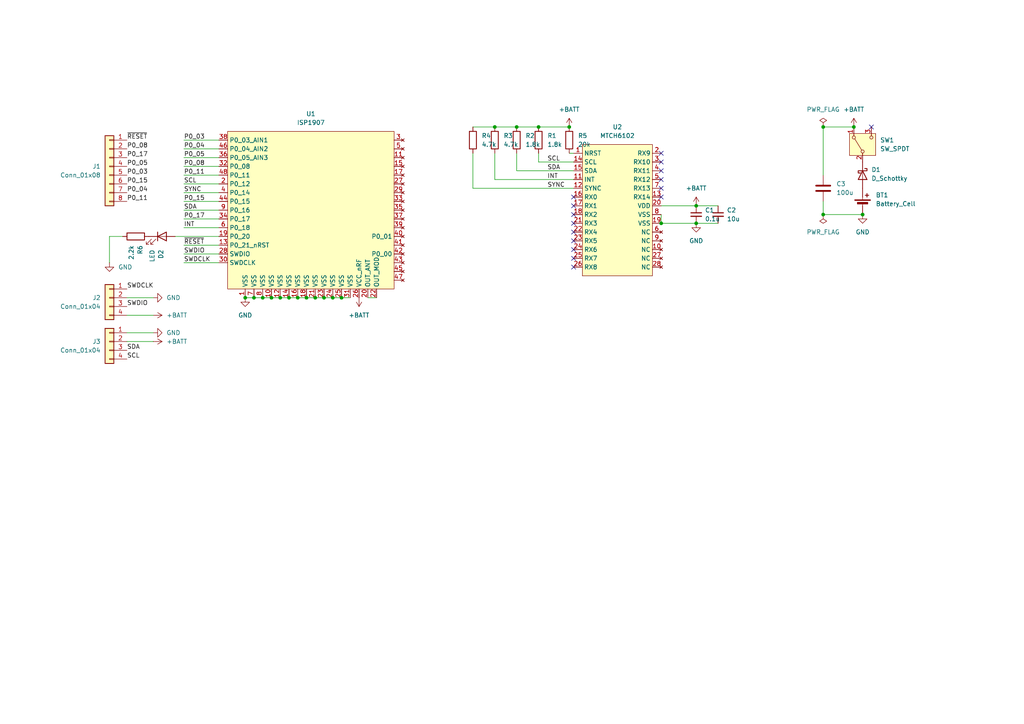
<source format=kicad_sch>
(kicad_sch (version 20250114) (generator "eeschema") (generator_version "9.0")
  (paper "A4")
  (title_block (title "Card") (date "2025-04-23"))
  (lib_symbols
    (symbol "Connector_Generic:Conn_01x04" (pin_names (offset 1.016) (hide yes))
      (property "Reference" "J" (at 0 5.08 0))
      (property "Value" "Conn_01x04" (at 0 -7.62 0))
      (symbol "Conn_01x04_1_1"
        (rectangle (start -1.27 3.81) (end 1.27 -6.35) (stroke (width 0.254)) (fill (type background)))
        (rectangle (start -1.27 2.667) (end 0 2.413) (stroke (width 0.1524)))
        (rectangle (start -1.27 0.127) (end 0 -0.127) (stroke (width 0.1524)))
        (rectangle (start -1.27 -2.413) (end 0 -2.667) (stroke (width 0.1524)))
        (rectangle (start -1.27 -4.953) (end 0 -5.207) (stroke (width 0.1524)))
        (pin passive line (at -5.08 2.54 0) (length 3.81) (name "Pin_1") (number "1"))
        (pin passive line (at -5.08 0 0) (length 3.81) (name "Pin_2") (number "2"))
        (pin passive line (at -5.08 -2.54 0) (length 3.81) (name "Pin_3") (number "3"))
        (pin passive line (at -5.08 -5.08 0) (length 3.81) (name "Pin_4") (number "4"))
      )
    )
    (symbol "Connector_Generic:Conn_01x08" (pin_names (offset 1.016) (hide yes))
      (property "Reference" "J" (at 0 10.16 0))
      (property "Value" "Conn_01x08" (at 0 -12.7 0))
      (symbol "Conn_01x08_1_1"
        (rectangle (start -1.27 8.89) (end 1.27 -11.43) (stroke (width 0.254)) (fill (type background)))
        (rectangle (start -1.27 7.747) (end 0 7.493) (stroke (width 0.1524)))
        (rectangle (start -1.27 5.207) (end 0 4.953) (stroke (width 0.1524)))
        (rectangle (start -1.27 2.667) (end 0 2.413) (stroke (width 0.1524)))
        (rectangle (start -1.27 0.127) (end 0 -0.127) (stroke (width 0.1524)))
        (rectangle (start -1.27 -2.413) (end 0 -2.667) (stroke (width 0.1524)))
        (rectangle (start -1.27 -4.953) (end 0 -5.207) (stroke (width 0.1524)))
        (rectangle (start -1.27 -7.493) (end 0 -7.747) (stroke (width 0.1524)))
        (rectangle (start -1.27 -10.033) (end 0 -10.287) (stroke (width 0.1524)))
        (pin passive line (at -5.08 7.62 0) (length 3.81) (name "Pin_1") (number "1"))
        (pin passive line (at -5.08 5.08 0) (length 3.81) (name "Pin_2") (number "2"))
        (pin passive line (at -5.08 2.54 0) (length 3.81) (name "Pin_3") (number "3"))
        (pin passive line (at -5.08 0 0) (length 3.81) (name "Pin_4") (number "4"))
        (pin passive line (at -5.08 -2.54 0) (length 3.81) (name "Pin_5") (number "5"))
        (pin passive line (at -5.08 -5.08 0) (length 3.81) (name "Pin_6") (number "6"))
        (pin passive line (at -5.08 -7.62 0) (length 3.81) (name "Pin_7") (number "7"))
        (pin passive line (at -5.08 -10.16 0) (length 3.81) (name "Pin_8") (number "8"))
      )
    )
    (symbol "Device:Battery_Cell" (pin_numbers (hide yes)) (pin_names (offset 0) (hide yes))
      (property "Reference" "BT" (at 2.54 2.54 0))
      (property "Value" "Battery_Cell" (at 2.54 0 0))
      (symbol "Battery_Cell_0_1"
        (rectangle (start -2.286 1.778) (end 2.286 1.524) (fill (type outline)))
        (rectangle (start -1.524 1.016) (end 1.524 0.508) (fill (type outline)))
        (polyline (pts (xy 0 1.778) (xy 0 2.54)))
        (polyline (pts (xy 0 0.762) (xy 0 0)))
        (polyline (pts (xy 0.762 3.048) (xy 1.778 3.048)) (stroke (width 0.254)))
        (polyline (pts (xy 1.27 3.556) (xy 1.27 2.54)) (stroke (width 0.254)))
      )
      (symbol "Battery_Cell_1_1"
        (pin passive line (at 0 5.08 270) (length 2.54) (name "+") (number "1"))
        (pin passive line (at 0 -2.54 90) (length 2.54) (name "-") (number "2"))
      )
    )
    (symbol "Device:C" (pin_numbers (hide yes)) (pin_names (offset 0.254))
      (property "Reference" "C" (at 0.635 2.54 0))
      (property "Value" "C" (at 0.635 -2.54 0))
      (symbol "C_0_1"
        (polyline (pts (xy -2.032 0.762) (xy 2.032 0.762)) (stroke (width 0.508)))
        (polyline (pts (xy -2.032 -0.762) (xy 2.032 -0.762)) (stroke (width 0.508)))
      )
      (symbol "C_1_1"
        (pin passive line (at 0 3.81 270) (length 2.794) (name "~") (number "1"))
        (pin passive line (at 0 -3.81 90) (length 2.794) (name "~") (number "2"))
      )
    )
    (symbol "Device:C_Small" (pin_numbers (hide yes)) (pin_names (offset 0.254) (hide yes))
      (property "Reference" "C" (at 0.254 1.778 0))
      (property "Value" "C_Small" (at 0.254 -2.032 0))
      (symbol "C_Small_0_1"
        (polyline (pts (xy -1.524 0.508) (xy 1.524 0.508)) (stroke (width 0.3048)))
        (polyline (pts (xy -1.524 -0.508) (xy 1.524 -0.508)) (stroke (width 0.3302)))
      )
      (symbol "C_Small_1_1"
        (pin passive line (at 0 2.54 270) (length 2.032) (name "~") (number "1"))
        (pin passive line (at 0 -2.54 90) (length 2.032) (name "~") (number "2"))
      )
    )
    (symbol "Device:D_Schottky" (pin_numbers (hide yes)) (pin_names (offset 1.016) (hide yes))
      (property "Reference" "D" (at 0 2.54 0))
      (property "Value" "D_Schottky" (at 0 -2.54 0))
      (symbol "D_Schottky_0_1"
        (polyline (pts (xy -1.905 0.635) (xy -1.905 1.27) (xy -1.27 1.27) (xy -1.27 -1.27) (xy -0.635 -1.27) (xy -0.635 -0.635)) (stroke (width 0.254)))
        (polyline (pts (xy 1.27 1.27) (xy 1.27 -1.27) (xy -1.27 0) (xy 1.27 1.27)) (stroke (width 0.254)))
        (polyline (pts (xy 1.27 0) (xy -1.27 0)))
      )
      (symbol "D_Schottky_1_1"
        (pin passive line (at -3.81 0 0) (length 2.54) (name "K") (number "1"))
        (pin passive line (at 3.81 0 180) (length 2.54) (name "A") (number "2"))
      )
    )
    (symbol "Device:LED" (pin_numbers (hide yes)) (pin_names (offset 1.016) (hide yes))
      (property "Reference" "D" (at 0 2.54 0))
      (property "Value" "LED" (at 0 -2.54 0))
      (symbol "LED_0_1"
        (polyline (pts (xy -3.048 -0.762) (xy -4.572 -2.286) (xy -3.81 -2.286) (xy -4.572 -2.286) (xy -4.572 -1.524)))
        (polyline (pts (xy -1.778 -0.762) (xy -3.302 -2.286) (xy -2.54 -2.286) (xy -3.302 -2.286) (xy -3.302 -1.524)))
        (polyline (pts (xy -1.27 0) (xy 1.27 0)))
        (polyline (pts (xy -1.27 -1.27) (xy -1.27 1.27)) (stroke (width 0.254)))
        (polyline (pts (xy 1.27 -1.27) (xy 1.27 1.27) (xy -1.27 0) (xy 1.27 -1.27)) (stroke (width 0.254)))
      )
      (symbol "LED_1_1"
        (pin passive line (at -3.81 0 0) (length 2.54) (name "K") (number "1"))
        (pin passive line (at 3.81 0 180) (length 2.54) (name "A") (number "2"))
      )
    )
    (symbol "Device:R" (pin_numbers (hide yes)) (pin_names (offset 0))
      (property "Reference" "R" (at 2.032 0 90))
      (property "Value" "R" (at 0 0 90))
      (symbol "R_0_1"
        (rectangle (start -1.016 -2.54) (end 1.016 2.54) (stroke (width 0.254)))
      )
      (symbol "R_1_1"
        (pin passive line (at 0 3.81 270) (length 1.27) (name "~") (number "1"))
        (pin passive line (at 0 -3.81 90) (length 1.27) (name "~") (number "2"))
      )
    )
    (symbol "RF_Bluetooth:ISP1907"
      (property "Reference" "U" (at -0.508 2.54 0))
      (property "Value" "ISP1907" (at -0.508 0 0))
      (symbol "ISP1907_1_1"
        (rectangle (start -24.13 17.78) (end 24.13 -27.94) (fill (type background)))
        (pin bidirectional line (at -26.67 15.24 0) (length 2.54) (name "P0_03_AIN1") (number "38"))
        (pin bidirectional line (at -26.67 12.7 0) (length 2.54) (name "P0_04_AIN2") (number "46"))
        (pin bidirectional line (at -26.67 10.16 0) (length 2.54) (name "P0_05_AIN3") (number "36"))
        (pin bidirectional line (at -26.67 7.62 0) (length 2.54) (name "P0_08") (number "32"))
        (pin bidirectional line (at -26.67 5.08 0) (length 2.54) (name "P0_11") (number "48"))
        (pin bidirectional line (at -26.67 2.54 0) (length 2.54) (name "P0_12") (number "2"))
        (pin bidirectional line (at -26.67 0 0) (length 2.54) (name "P0_14") (number "4"))
        (pin bidirectional line (at -26.67 -2.54 0) (length 2.54) (name "P0_15") (number "44"))
        (pin bidirectional line (at -26.67 -5.08 0) (length 2.54) (name "P0_16") (number "9"))
        (pin bidirectional line (at -26.67 -7.62 0) (length 2.54) (name "P0_17") (number "34"))
        (pin bidirectional line (at -26.67 -10.16 0) (length 2.54) (name "P0_18") (number "6"))
        (pin bidirectional line (at -26.67 -12.7 0) (length 2.54) (name "P0_20") (number "19"))
        (pin bidirectional line (at -26.67 -15.24 0) (length 2.54) (name "P0_21_nRST") (number "13"))
        (pin bidirectional line (at -26.67 -17.78 0) (length 2.54) (name "SWDIO") (number "28"))
        (pin input line (at -26.67 -20.32 0) (length 2.54) (name "SWDCLK") (number "30"))
        (pin power_in line (at -19.05 -30.48 90) (length 2.54) (name "VSS") (number "1"))
        (pin power_in line (at -16.51 -30.48 90) (length 2.54) (name "VSS") (number "7"))
        (pin power_in line (at -13.97 -30.48 90) (length 2.54) (name "VSS") (number "8"))
        (pin power_in line (at -11.43 -30.48 90) (length 2.54) (name "VSS") (number "10"))
        (pin power_in line (at -8.89 -30.48 90) (length 2.54) (name "VSS") (number "12"))
        (pin power_in line (at -6.35 -30.48 90) (length 2.54) (name "VSS") (number "14"))
        (pin power_in line (at -3.81 -30.48 90) (length 2.54) (name "VSS") (number "16"))
        (pin power_in line (at -1.27 -30.48 90) (length 2.54) (name "VSS") (number "18"))
        (pin power_in line (at 1.27 -30.48 90) (length 2.54) (name "VSS") (number "21"))
        (pin power_in line (at 3.81 -30.48 90) (length 2.54) (name "VSS") (number "23"))
        (pin power_in line (at 6.35 -30.48 90) (length 2.54) (name "VSS") (number "24"))
        (pin power_in line (at 8.89 -30.48 90) (length 2.54) (name "VSS") (number "25"))
        (pin power_in line (at 11.43 -30.48 90) (length 2.54) (name "VSS") (number "31"))
        (pin power_in line (at 13.97 -30.48 90) (length 2.54) (name "VCC_nRF") (number "26"))
        (pin bidirectional line (at 16.51 -30.48 90) (length 2.54) (name "OUT_ANT") (number "20"))
        (pin bidirectional line (at 19.05 -30.48 90) (length 2.54) (name "OUT_MOD") (number "22"))
        (pin no_connect line (at 26.67 15.24 180) (length 2.54) (name "") (number "3"))
        (pin no_connect line (at 26.67 12.7 180) (length 2.54) (name "") (number "5"))
        (pin no_connect line (at 26.67 10.16 180) (length 2.54) (name "") (number "11"))
        (pin no_connect line (at 26.67 7.62 180) (length 2.54) (name "") (number "15"))
        (pin no_connect line (at 26.67 5.08 180) (length 2.54) (name "") (number "17"))
        (pin no_connect line (at 26.67 2.54 180) (length 2.54) (name "") (number "27"))
        (pin no_connect line (at 26.67 0 180) (length 2.54) (name "") (number "29"))
        (pin no_connect line (at 26.67 -2.54 180) (length 2.54) (name "") (number "33"))
        (pin no_connect line (at 26.67 -5.08 180) (length 2.54) (name "") (number "35"))
        (pin no_connect line (at 26.67 -7.62 180) (length 2.54) (name "") (number "37"))
        (pin no_connect line (at 26.67 -10.16 180) (length 2.54) (name "") (number "39"))
        (pin no_connect line (at 26.67 -12.7 180) (length 2.54) (name "P0_01") (number "40"))
        (pin no_connect line (at 26.67 -15.24 180) (length 2.54) (name "") (number "41"))
        (pin no_connect line (at 26.67 -17.78 180) (length 2.54) (name "P0_00") (number "42"))
        (pin no_connect line (at 26.67 -20.32 180) (length 2.54) (name "") (number "43"))
        (pin no_connect line (at 26.67 -22.86 180) (length 2.54) (name "") (number "45"))
        (pin no_connect line (at 26.67 -25.4 180) (length 2.54) (name "") (number "47"))
      )
    )
    (symbol "Sensor_Touch:MTCH6102"
      (property "Reference" "U" (at 0 0 0))
      (property "Value" "MTCH6102" (at 0 -2.286 0))
      (symbol "MTCH6102_1_1"
        (rectangle (start -10.16 15.24) (end 10.16 -22.86) (fill (type background)))
        (pin input line (at -12.7 12.7 0) (length 2.54) (name "NRST") (number "1"))
        (pin bidirectional line (at -12.7 10.16 0) (length 2.54) (name "SCL") (number "14"))
        (pin bidirectional line (at -12.7 7.62 0) (length 2.54) (name "SDA") (number "15"))
        (pin output line (at -12.7 5.08 0) (length 2.54) (name "INT") (number "11"))
        (pin output line (at -12.7 2.54 0) (length 2.54) (name "SYNC") (number "12"))
        (pin bidirectional line (at -12.7 0 0) (length 2.54) (name "RX0") (number "16"))
        (pin bidirectional line (at -12.7 -2.54 0) (length 2.54) (name "RX1") (number "17"))
        (pin bidirectional line (at -12.7 -5.08 0) (length 2.54) (name "RX2") (number "18"))
        (pin bidirectional line (at -12.7 -7.62 0) (length 2.54) (name "RX3") (number "21"))
        (pin bidirectional line (at -12.7 -10.16 0) (length 2.54) (name "RX4") (number "22"))
        (pin bidirectional line (at -12.7 -12.7 0) (length 2.54) (name "RX5") (number "23"))
        (pin bidirectional line (at -12.7 -15.24 0) (length 2.54) (name "RX6") (number "24"))
        (pin bidirectional line (at -12.7 -17.78 0) (length 2.54) (name "RX7") (number "25"))
        (pin bidirectional line (at -12.7 -20.32 0) (length 2.54) (name "RX8") (number "26"))
        (pin bidirectional line (at 12.7 12.7 180) (length 2.54) (name "RX9") (number "2"))
        (pin bidirectional line (at 12.7 10.16 180) (length 2.54) (name "RX10") (number "3"))
        (pin bidirectional line (at 12.7 7.62 180) (length 2.54) (name "RX11") (number "4"))
        (pin bidirectional line (at 12.7 5.08 180) (length 2.54) (name "RX12") (number "5"))
        (pin bidirectional line (at 12.7 2.54 180) (length 2.54) (name "RX13") (number "7"))
        (pin bidirectional line (at 12.7 0 180) (length 2.54) (name "RX14") (number "13"))
        (pin power_in line (at 12.7 -2.54 180) (length 2.54) (name "VDD") (number "20"))
        (pin power_in line (at 12.7 -5.08 180) (length 2.54) (name "VSS") (number "8"))
        (pin power_in line (at 12.7 -7.62 180) (length 2.54) (name "VSS") (number "19"))
        (pin no_connect line (at 12.7 -10.16 180) (length 2.54) (name "NC") (number "6"))
        (pin no_connect line (at 12.7 -12.7 180) (length 2.54) (name "NC") (number "9"))
        (pin no_connect line (at 12.7 -15.24 180) (length 2.54) (name "NC") (number "10"))
        (pin no_connect line (at 12.7 -17.78 180) (length 2.54) (name "NC") (number "27"))
        (pin no_connect line (at 12.7 -20.32 180) (length 2.54) (name "NC") (number "28"))
      )
    )
    (symbol "Switch:SW_SPDT" (pin_names (offset 0) (hide yes))
      (property "Reference" "SW" (at 0 5.08 0))
      (property "Value" "SW_SPDT" (at 0 -5.08 0))
      (symbol "SW_SPDT_0_1"
        (circle (center -2.032 0) (radius 0.4572))
        (polyline (pts (xy -1.651 0.254) (xy 1.651 2.286)))
        (circle (center 2.032 2.54) (radius 0.4572))
        (circle (center 2.032 -2.54) (radius 0.4572))
      )
      (symbol "SW_SPDT_1_1"
        (rectangle (start -3.175 3.81) (end 3.175 -3.81) (fill (type background)))
        (pin passive line (at -5.08 0 0) (length 2.54) (name "B") (number "2"))
        (pin passive line (at 5.08 2.54 180) (length 2.54) (name "A") (number "1"))
        (pin passive line (at 5.08 -2.54 180) (length 2.54) (name "C") (number "3"))
      )
    )
    (symbol "power:+BATT" (power) (pin_numbers (hide yes)) (pin_names (offset 0) (hide yes))
      (property "Value" "+BATT" (at 0 3.556 0))
      (symbol "+BATT_0_1"
        (polyline (pts (xy -0.762 1.27) (xy 0 2.54)))
        (polyline (pts (xy 0 2.54) (xy 0.762 1.27)))
        (polyline (pts (xy 0 0) (xy 0 2.54)))
      )
      (symbol "+BATT_1_1"
        (pin power_in line (at 0 0 90) (length 0) (name "~") (number "1"))
      )
    )
    (symbol "power:GND" (power) (pin_numbers (hide yes)) (pin_names (offset 0) (hide yes))
      (property "Value" "GND" (at 0 -3.81 0))
      (symbol "GND_0_1"
        (polyline (pts (xy 0 0) (xy 0 -1.27) (xy 1.27 -1.27) (xy 0 -2.54) (xy -1.27 -1.27) (xy 0 -1.27)))
      )
      (symbol "GND_1_1"
        (pin power_in line (at 0 0 270) (length 0) (name "~") (number "1"))
      )
    )
    (symbol "power:PWR_FLAG" (power) (pin_numbers (hide yes)) (pin_names (offset 0) (hide yes))
      (property "Value" "PWR_FLAG" (at 0 3.81 0))
      (symbol "PWR_FLAG_0_0"
        (pin power_out line (at 0 0 90) (length 0) (name "~") (number "1"))
      )
      (symbol "PWR_FLAG_0_1"
        (polyline (pts (xy 0 0) (xy 0 1.27) (xy -1.016 1.905) (xy 0 2.54) (xy 1.016 1.905) (xy 0 1.27)))
      )
    )
  )
  (junction (at 83.82 86.36))
  (junction (at 143.51 36.83))
  (junction (at 201.93 59.69))
  (junction (at 91.44 86.36))
  (junction (at 96.52 86.36))
  (junction (at 88.9 86.36))
  (junction (at 247.65 36.83))
  (junction (at 71.12 86.36))
  (junction (at 238.76 62.23))
  (junction (at 86.36 86.36))
  (junction (at 76.2 86.36))
  (junction (at 250.19 62.23))
  (junction (at 165.1 36.83))
  (junction (at 93.98 86.36))
  (junction (at 99.06 86.36))
  (junction (at 78.74 86.36))
  (junction (at 191.77 64.77))
  (junction (at 73.66 86.36))
  (junction (at 238.76 36.83))
  (junction (at 201.93 64.77))
  (junction (at 149.86 36.83))
  (junction (at 81.28 86.36))
  (junction (at 156.21 36.83))
  (no_connect (at 252.73 36.83))
  (no_connect (at 191.77 46.99))
  (no_connect (at 166.37 59.69))
  (no_connect (at 166.37 62.23))
  (no_connect (at 191.77 49.53))
  (no_connect (at 191.77 52.07))
  (no_connect (at 166.37 57.15))
  (no_connect (at 166.37 67.31))
  (no_connect (at 191.77 54.61))
  (no_connect (at 166.37 64.77))
  (no_connect (at 166.37 74.93))
  (no_connect (at 166.37 72.39))
  (no_connect (at 166.37 77.47))
  (no_connect (at 191.77 44.45))
  (no_connect (at 191.77 57.15))
  (no_connect (at 166.37 69.85))
  (wire (pts (xy 137.16 36.83) (xy 143.51 36.83)))
  (wire (pts (xy 137.16 54.61) (xy 137.16 44.45)))
  (wire (pts (xy 53.34 66.04) (xy 63.5 66.04)))
  (wire (pts (xy 143.51 36.83) (xy 149.86 36.83)))
  (wire (pts (xy 191.77 59.69) (xy 201.93 59.69)))
  (wire (pts (xy 106.68 86.36) (xy 109.22 86.36)))
  (wire (pts (xy 53.34 60.96) (xy 63.5 60.96)))
  (wire (pts (xy 91.44 86.36) (xy 93.98 86.36)))
  (wire (pts (xy 73.66 86.36) (xy 76.2 86.36)))
  (wire (pts (xy 93.98 86.36) (xy 96.52 86.36)))
  (wire (pts (xy 53.34 58.42) (xy 63.5 58.42)))
  (wire (pts (xy 53.34 40.64) (xy 63.5 40.64)))
  (wire (pts (xy 201.93 59.69) (xy 208.28 59.69)))
  (wire (pts (xy 166.37 54.61) (xy 137.16 54.61)))
  (wire (pts (xy 156.21 36.83) (xy 165.1 36.83)))
  (wire (pts (xy 53.34 45.72) (xy 63.5 45.72)))
  (wire (pts (xy 36.83 91.44) (xy 44.45 91.44)))
  (wire (pts (xy 71.12 86.36) (xy 73.66 86.36)))
  (wire (pts (xy 36.83 86.36) (xy 44.45 86.36)))
  (wire (pts (xy 36.83 99.06) (xy 44.45 99.06)))
  (wire (pts (xy 156.21 46.99) (xy 166.37 46.99)))
  (wire (pts (xy 165.1 44.45) (xy 166.37 44.45)))
  (wire (pts (xy 81.28 86.36) (xy 83.82 86.36)))
  (wire (pts (xy 88.9 86.36) (xy 91.44 86.36)))
  (wire (pts (xy 53.34 73.66) (xy 63.5 73.66)))
  (wire (pts (xy 96.52 86.36) (xy 99.06 86.36)))
  (wire (pts (xy 36.83 96.52) (xy 44.45 96.52)))
  (wire (pts (xy 166.37 52.07) (xy 143.51 52.07)))
  (wire (pts (xy 166.37 49.53) (xy 149.86 49.53)))
  (wire (pts (xy 149.86 49.53) (xy 149.86 44.45)))
  (wire (pts (xy 191.77 64.77) (xy 201.93 64.77)))
  (wire (pts (xy 76.2 86.36) (xy 78.74 86.36)))
  (wire (pts (xy 53.34 53.34) (xy 63.5 53.34)))
  (wire (pts (xy 238.76 58.42) (xy 238.76 62.23)))
  (wire (pts (xy 86.36 86.36) (xy 88.9 86.36)))
  (wire (pts (xy 53.34 76.2) (xy 63.5 76.2)))
  (wire (pts (xy 53.34 43.18) (xy 63.5 43.18)))
  (wire (pts (xy 238.76 62.23) (xy 250.19 62.23)))
  (wire (pts (xy 50.8 68.58) (xy 63.5 68.58)))
  (wire (pts (xy 83.82 86.36) (xy 86.36 86.36)))
  (wire (pts (xy 149.86 36.83) (xy 156.21 36.83)))
  (wire (pts (xy 78.74 86.36) (xy 81.28 86.36)))
  (wire (pts (xy 53.34 50.8) (xy 63.5 50.8)))
  (wire (pts (xy 99.06 86.36) (xy 101.6 86.36)))
  (wire (pts (xy 53.34 48.26) (xy 63.5 48.26)))
  (wire (pts (xy 35.56 68.58) (xy 31.75 68.58)))
  (wire (pts (xy 191.77 62.23) (xy 191.77 64.77)))
  (wire (pts (xy 156.21 44.45) (xy 156.21 46.99)))
  (wire (pts (xy 238.76 36.83) (xy 247.65 36.83)))
  (wire (pts (xy 201.93 64.77) (xy 208.28 64.77)))
  (wire (pts (xy 53.34 71.12) (xy 63.5 71.12)))
  (wire (pts (xy 143.51 52.07) (xy 143.51 44.45)))
  (wire (pts (xy 53.34 63.5) (xy 63.5 63.5)))
  (wire (pts (xy 53.34 55.88) (xy 63.5 55.88)))
  (wire (pts (xy 238.76 50.8) (xy 238.76 36.83)))
  (wire (pts (xy 31.75 68.58) (xy 31.75 76.2)))
  (label "P0_11" (at 36.83 58.42 0))
  (label "P0_05" (at 53.34 45.72 0))
  (label "P0_17" (at 53.34 63.5 0))
  (label "P0_03" (at 53.34 40.64 0))
  (label "SYNC" (at 53.34 55.88 0))
  (label "SDA" (at 36.83 101.6 0))
  (label "P0_15" (at 36.83 53.34 0))
  (label "P0_04" (at 36.83 55.88 0))
  (label "SWDIO" (at 36.83 88.9 0))
  (label "SWDCLK" (at 53.34 76.2 0))
  (label "INT" (at 53.34 66.04 0))
  (label "SWDIO" (at 53.34 73.66 0))
  (label "P0_04" (at 53.34 43.18 0))
  (label "SCL" (at 36.83 104.14 0))
  (label "SWDCLK" (at 36.83 83.82 0))
  (label "P0_08" (at 36.83 43.18 0))
  (label "INT" (at 158.75 52.07 0))
  (label "P0_15" (at 53.34 58.42 0))
  (label "P0_05" (at 36.83 48.26 0))
  (label "SDA" (at 158.75 49.53 0))
  (label "SDA" (at 53.34 60.96 0))
  (label "P0_11" (at 53.34 50.8 0))
  (label "~{RESET}" (at 53.34 71.12 0))
  (label "SCL" (at 158.75 46.99 0))
  (label "SYNC" (at 158.75 54.61 0))
  (label "P0_17" (at 36.83 45.72 0))
  (label "~{RESET}" (at 36.83 40.64 0))
  (label "P0_03" (at 36.83 50.8 0))
  (label "P0_08" (at 53.34 48.26 0))
  (label "SCL" (at 53.34 53.34 0))
  (symbol (lib_id "power:GND") (at 71.12 86.36 0) (unit 1)
    (property "Reference" "#PWR01" (effects (hide yes)))
    (property "Value" "GND" (at 71.12 91.44 0))
    (property "Description" "Power symbol creates a global label with name \"GND\" , ground" (effects (hide yes)))
  )
  (symbol (lib_id "Device:D_Schottky") (at 250.19 50.8 270) (unit 1)
    (property "Reference" "D1" (at 252.73 49.2124 90) (effects (justify left)))
    (property "Value" "D_Schottky" (at 252.73 51.7524 90) (effects (justify left)))
    (property "Footprint" "Diode_SMD:D_SOD-123" (effects (hide yes)))
    (property "Description" "Schottky diode" (effects (hide yes)))
  )
  (symbol (lib_id "Device:R") (at 137.16 40.64 0) (unit 1)
    (property "Reference" "R4" (at 139.7 39.3699 0) (effects (justify left)))
    (property "Value" "4.7k" (at 139.7 41.9099 0) (effects (justify left)))
    (property "Footprint" "Resistor_SMD:R_0603_1608Metric" (effects (hide yes)))
    (property "Description" "Resistor" (effects (hide yes)))
  )
  (symbol (lib_id "Connector_Generic:Conn_01x04") (at 31.75 86.36 0) (mirror y) (unit 1)
    (property "Reference" "J2" (at 29.21 86.3599 0) (effects (justify left)))
    (property "Value" "Conn_01x04" (at 29.21 88.8999 0) (effects (justify left)))
    (property "Footprint" "Connector_PinHeader_2.54mm:PinHeader_1x04_P2.54mm_Vertical" (effects (hide yes)))
    (property "Description" "Generic connector, single row, 01x04, script generated (kicad-library-utils/schlib/autogen/connector/)" (effects (hide yes)))
  )
  (symbol (lib_id "power:+BATT") (at 247.65 36.83 0) (unit 1)
    (property "Reference" "#PWR03" (effects (hide yes)))
    (property "Value" "+BATT" (at 247.65 31.75 0))
    (property "Description" "Power symbol creates a global label with name \"+BATT\"" (effects (hide yes)))
  )
  (symbol (lib_id "Device:R") (at 149.86 40.64 0) (unit 1)
    (property "Reference" "R2" (at 152.4 39.3699 0) (effects (justify left)))
    (property "Value" "1.8k" (at 152.4 41.9099 0) (effects (justify left)))
    (property "Footprint" "Resistor_SMD:R_0603_1608Metric" (effects (hide yes)))
    (property "Description" "Resistor" (effects (hide yes)))
  )
  (symbol (lib_id "Switch:SW_SPDT") (at 250.19 41.91 90) (unit 1)
    (property "Reference" "SW1" (at 255.27 40.6399 90) (effects (justify right)))
    (property "Value" "SW_SPDT" (at 255.27 43.1799 90) (effects (justify right)))
    (property "Footprint" "Button_Switch_SMD:SW_SPDT_PCM12" (effects (hide yes)))
    (property "Description" "Switch, single pole double throw" (effects (hide yes)))
  )
  (symbol (lib_id "Connector_Generic:Conn_01x04") (at 31.75 99.06 0) (mirror y) (unit 1)
    (property "Reference" "J3" (at 29.21 99.0599 0) (effects (justify left)))
    (property "Value" "Conn_01x04" (at 29.21 101.5999 0) (effects (justify left)))
    (property "Footprint" "Connector_JST:JST_SH_SM04B-SRSS-TB_1x04-1MP_P1.00mm_Horizontal" (effects (hide yes)))
    (property "Description" "Generic connector, single row, 01x04, script generated (kicad-library-utils/schlib/autogen/connector/)" (effects (hide yes)))
  )
  (symbol (lib_id "power:GND") (at 44.45 86.36 90) (unit 1)
    (property "Reference" "#PWR09" (effects (hide yes)))
    (property "Value" "GND" (at 48.26 86.3599 90) (effects (justify right)))
    (property "Description" "Power symbol creates a global label with name \"GND\" , ground" (effects (hide yes)))
  )
  (symbol (lib_id "power:GND") (at 201.93 64.77 0) (unit 1)
    (property "Reference" "#PWR06" (effects (hide yes)))
    (property "Value" "GND" (at 201.93 69.85 0))
    (property "Description" "Power symbol creates a global label with name \"GND\" , ground" (effects (hide yes)))
  )
  (symbol (lib_id "RF_Bluetooth:ISP1907") (at 90.17 55.88 0) (unit 1)
    (property "Reference" "U1" (at 90.17 33.02 0))
    (property "Value" "ISP1907" (at 90.17 35.56 0))
    (property "Footprint" "RF_Module:ISP1907" (effects (hide yes)))
  )
  (symbol (lib_id "power:GND") (at 31.75 76.2 0) (unit 1)
    (property "Reference" "#PWR08" (effects (hide yes)))
    (property "Value" "GND" (at 34.29 77.4699 0) (effects (justify left)))
    (property "Description" "Power symbol creates a global label with name \"GND\" , ground" (effects (hide yes)))
  )
  (symbol (lib_id "power:PWR_FLAG") (at 238.76 36.83 0) (unit 1)
    (property "Reference" "#FLG01" (effects (hide yes)))
    (property "Value" "PWR_FLAG" (at 238.76 31.75 0))
    (property "Description" "Special symbol for telling ERC where power comes from" (effects (hide yes)))
  )
  (symbol (lib_id "Device:R") (at 39.37 68.58 270) (unit 1)
    (property "Reference" "R6" (at 40.6401 71.12 0) (effects (justify left)))
    (property "Value" "2.2k" (at 38.1001 71.12 0) (effects (justify left)))
    (property "Footprint" "Resistor_SMD:R_0603_1608Metric" (effects (hide yes)))
    (property "Description" "Resistor" (effects (hide yes)))
  )
  (symbol (lib_id "Sensor_Touch:MTCH6102") (at 179.07 57.15 0) (unit 1)
    (property "Reference" "U2" (at 179.07 36.83 0))
    (property "Value" "MTCH6102" (at 179.07 39.37 0))
    (property "Footprint" "Package_SO:SSOP-28_5.3x10.2mm_P0.65mm" (effects (hide yes)))
  )
  (symbol (lib_id "Device:LED") (at 46.99 68.58 0) (unit 1)
    (property "Reference" "D2" (at 46.6726 72.39 90) (effects (justify right)))
    (property "Value" "LED" (at 44.1326 72.39 90) (effects (justify right)))
    (property "Footprint" "LED_SMD:LED_0603_1608Metric" (effects (hide yes)))
    (property "Description" "Light emitting diode" (effects (hide yes)))
  )
  (symbol (lib_id "Device:C_Small") (at 208.28 62.23 0) (unit 1)
    (property "Reference" "C2" (at 210.82 60.9662 0) (effects (justify left)))
    (property "Value" "10u" (at 210.82 63.5062 0) (effects (justify left)))
    (property "Footprint" "Capacitor_SMD:C_0402_1005Metric" (effects (hide yes)))
    (property "Description" "Unpolarized capacitor, small symbol" (effects (hide yes)))
  )
  (symbol (lib_id "Connector_Generic:Conn_01x08") (at 31.75 48.26 0) (mirror y) (unit 1)
    (property "Reference" "J1" (at 29.21 48.2599 0) (effects (justify left)))
    (property "Value" "Conn_01x08" (at 29.21 50.7999 0) (effects (justify left)))
    (property "Footprint" "Connector_PinHeader_2.54mm:PinHeader_1x08_P2.54mm_Vertical" (effects (hide yes)))
    (property "Description" "Generic connector, single row, 01x08, script generated (kicad-library-utils/schlib/autogen/connector/)" (effects (hide yes)))
  )
  (symbol (lib_id "Device:C_Small") (at 201.93 62.23 0) (unit 1)
    (property "Reference" "C1" (at 204.47 60.9662 0) (effects (justify left)))
    (property "Value" "0.1u" (at 204.47 63.5062 0) (effects (justify left)))
    (property "Footprint" "Capacitor_SMD:C_0402_1005Metric" (effects (hide yes)))
    (property "Description" "Unpolarized capacitor, small symbol" (effects (hide yes)))
  )
  (symbol (lib_id "power:+BATT") (at 104.14 86.36 180) (unit 1)
    (property "Reference" "#PWR02" (effects (hide yes)))
    (property "Value" "+BATT" (at 104.14 91.44 0))
    (property "Description" "Power symbol creates a global label with name \"+BATT\"" (effects (hide yes)))
  )
  (symbol (lib_id "power:GND") (at 250.19 62.23 0) (unit 1)
    (property "Reference" "#PWR04" (effects (hide yes)))
    (property "Value" "GND" (at 250.19 67.31 0))
    (property "Description" "Power symbol creates a global label with name \"GND\" , ground" (effects (hide yes)))
  )
  (symbol (lib_id "power:+BATT") (at 165.1 36.83 0) (unit 1)
    (property "Reference" "#PWR07" (effects (hide yes)))
    (property "Value" "+BATT" (at 165.1 31.75 0))
    (property "Description" "Power symbol creates a global label with name \"+BATT\"" (effects (hide yes)))
  )
  (symbol (lib_id "Device:C") (at 238.76 54.61 0) (unit 1)
    (property "Reference" "C3" (at 242.57 53.3399 0) (effects (justify left)))
    (property "Value" "100u" (at 242.57 55.8799 0) (effects (justify left)))
    (property "Footprint" "Capacitor_SMD:C_1206_3216Metric" (effects (hide yes)))
    (property "Description" "Unpolarized capacitor" (effects (hide yes)))
  )
  (symbol (lib_id "Device:R") (at 143.51 40.64 0) (unit 1)
    (property "Reference" "R3" (at 146.05 39.3699 0) (effects (justify left)))
    (property "Value" "4.7k" (at 146.05 41.9099 0) (effects (justify left)))
    (property "Footprint" "Resistor_SMD:R_0603_1608Metric" (effects (hide yes)))
    (property "Description" "Resistor" (effects (hide yes)))
  )
  (symbol (lib_id "Device:R") (at 156.21 40.64 0) (unit 1)
    (property "Reference" "R1" (at 158.75 39.3699 0) (effects (justify left)))
    (property "Value" "1.8k" (at 158.75 41.9099 0) (effects (justify left)))
    (property "Footprint" "Resistor_SMD:R_0603_1608Metric" (effects (hide yes)))
    (property "Description" "Resistor" (effects (hide yes)))
  )
  (symbol (lib_id "power:GND") (at 44.45 96.52 90) (unit 1)
    (property "Reference" "#PWR011" (effects (hide yes)))
    (property "Value" "GND" (at 48.26 96.5199 90) (effects (justify right)))
    (property "Description" "Power symbol creates a global label with name \"GND\" , ground" (effects (hide yes)))
  )
  (symbol (lib_id "power:+BATT") (at 44.45 91.44 270) (unit 1)
    (property "Reference" "#PWR010" (effects (hide yes)))
    (property "Value" "+BATT" (at 48.26 91.4399 90) (effects (justify left)))
    (property "Description" "Power symbol creates a global label with name \"+BATT\"" (effects (hide yes)))
  )
  (symbol (lib_id "power:PWR_FLAG") (at 238.76 62.23 180) (unit 1)
    (property "Reference" "#FLG02" (effects (hide yes)))
    (property "Value" "PWR_FLAG" (at 238.76 67.31 0))
    (property "Description" "Special symbol for telling ERC where power comes from" (effects (hide yes)))
  )
  (symbol (lib_id "power:+BATT") (at 44.45 99.06 270) (unit 1)
    (property "Reference" "#PWR012" (effects (hide yes)))
    (property "Value" "+BATT" (at 48.26 99.0599 90) (effects (justify left)))
    (property "Description" "Power symbol creates a global label with name \"+BATT\"" (effects (hide yes)))
  )
  (symbol (lib_id "power:+BATT") (at 201.93 59.69 0) (unit 1)
    (property "Reference" "#PWR05" (effects (hide yes)))
    (property "Value" "+BATT" (at 201.93 54.61 0))
    (property "Description" "Power symbol creates a global label with name \"+BATT\"" (effects (hide yes)))
  )
  (symbol (lib_id "Device:Battery_Cell") (at 250.19 59.69 0) (unit 1)
    (property "Reference" "BT1" (at 254 56.5784 0) (effects (justify left)))
    (property "Value" "Battery_Cell" (at 254 59.1184 0) (effects (justify left)))
    (property "Footprint" "Battery:BatteryHolder_Multicomp_BC-2001_1x2032" (effects (hide yes)))
    (property "Description" "Single-cell battery" (effects (hide yes)))
  )
  (symbol (lib_id "Device:R") (at 165.1 40.64 0) (unit 1)
    (property "Reference" "R5" (at 167.64 39.3699 0) (effects (justify left)))
    (property "Value" "20k" (at 167.64 41.9099 0) (effects (justify left)))
    (property "Footprint" "Resistor_SMD:R_0603_1608Metric" (effects (hide yes)))
    (property "Description" "Resistor" (effects (hide yes)))
  )
)
</source>
